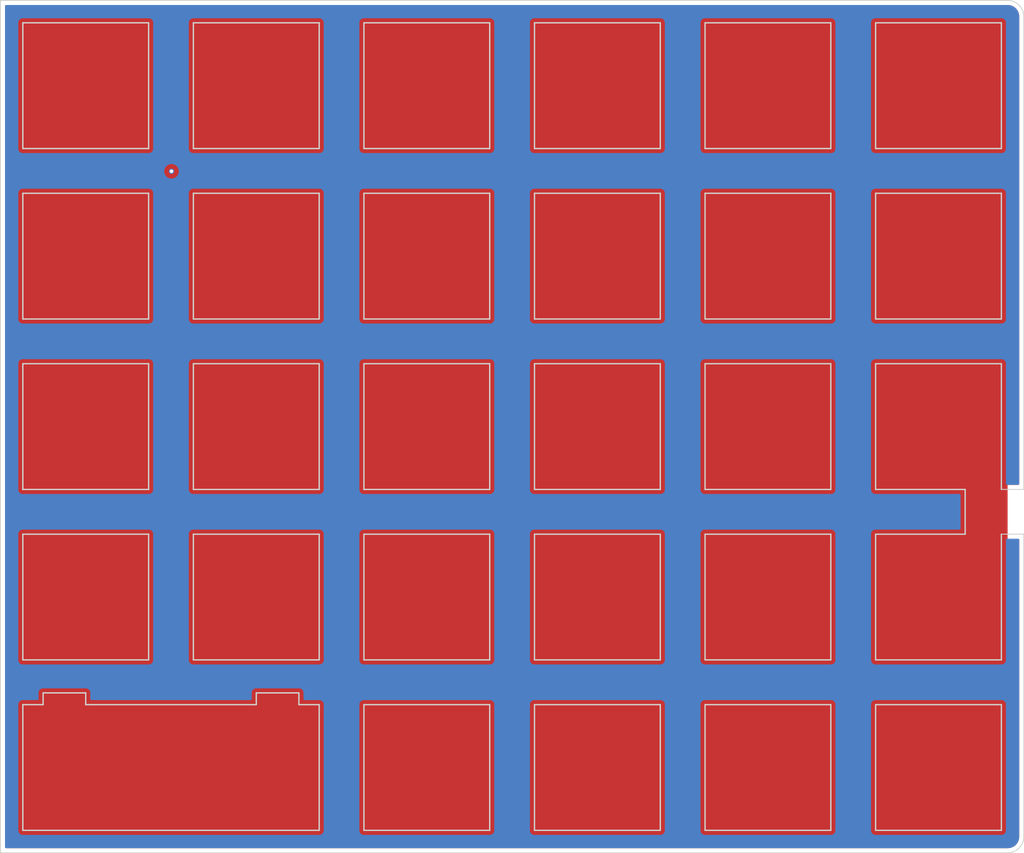
<source format=kicad_pcb>
(kicad_pcb (version 20211014) (generator pcbnew)
  (layers (0 "F.Cu" signal) (31 "B.Cu" signal) (34 "B.Paste" user) (35 "F.Paste" user) (36 "B.SilkS" user "B.Silkscreen") (37 "F.SilkS" user "F.Silkscreen") (38 "B.Mask" user) (39 "F.Mask" user) (44 "Edge.Cuts" user))
  (net 0 "")
  (gr_rect (start 214.789652 143.29232) (end 104.299188 51.911468) (layer "F.Cu") (width 0.2) (fill solid))
  (gr_line (start 216.693932 109.657023) (end 216.693932 143.470433) (layer "Edge.Cuts") (width 0.1))
  (gr_line (start 102.393836 145.256372) (end 214.907993 145.256372) (layer "Edge.Cuts") (width 0.1))
  (gr_line (start 210.146354 109.657023) (end 210.146354 104.656377) (layer "Edge.Cuts") (width 0.15))
  (gr_line (start 195.144198 104.656377) (end 181.094823 104.656377) (layer "Edge.Cuts") (width 0.15))
  (gr_line (start 200.145198 128.706838) (end 214.194573 128.706838) (layer "Edge.Cuts") (width 0.15))
  (gr_line (start 118.943642 109.657318) (end 118.943642 123.706693) (layer "Edge.Cuts") (width 0.15))
  (gr_line (start 214.194337 85.606238) (end 200.144962 85.606238) (layer "Edge.Cuts") (width 0.15))
  (gr_line (start 176.094059 71.556981) (end 176.094059 85.606356) (layer "Edge.Cuts") (width 0.15))
  (gr_line (start 176.094059 109.657141) (end 176.094059 123.706516) (layer "Edge.Cuts") (width 0.15))
  (gr_line (start 118.943642 104.656613) (end 104.894267 104.656613) (layer "Edge.Cuts") (width 0.15))
  (gr_line (start 214.194337 123.706398) (end 200.144962 123.706398) (layer "Edge.Cuts") (width 0.15))
  (gr_line (start 104.894503 142.756508) (end 104.894503 128.707133) (layer "Edge.Cuts") (width 0.15))
  (gr_line (start 130.969725 127.397025) (end 135.732229 127.397025) (layer "Edge.Cuts") (width 0.15))
  (gr_line (start 200.144962 52.506783) (end 214.194337 52.506783) (layer "Edge.Cuts") (width 0.15))
  (gr_line (start 157.04392 85.606415) (end 142.994545 85.606415) (layer "Edge.Cuts") (width 0.15))
  (gr_line (start 195.144198 90.607002) (end 195.144198 104.656377) (layer "Edge.Cuts") (width 0.15))
  (gr_line (start 181.094823 123.706457) (end 181.094823 109.657082) (layer "Edge.Cuts") (width 0.15))
  (gr_line (start 200.144962 66.556158) (end 200.144962 52.506783) (layer "Edge.Cuts") (width 0.15))
  (gr_line (start 157.044156 142.75639) (end 142.994781 142.75639) (layer "Edge.Cuts") (width 0.15))
  (gr_line (start 142.994781 128.707015) (end 157.044156 128.707015) (layer "Edge.Cuts") (width 0.15))
  (gr_line (start 142.994545 66.556335) (end 142.994545 52.50696) (layer "Edge.Cuts") (width 0.15))
  (gr_line (start 181.094823 52.506842) (end 195.144198 52.506842) (layer "Edge.Cuts") (width 0.15))
  (gr_line (start 216.693932 51.792231) (end 216.693932 104.656318) (layer "Edge.Cuts") (width 0.1))
  (gr_line (start 176.094295 128.706956) (end 176.094295 142.756331) (layer "Edge.Cuts") (width 0.15))
  (gr_line (start 200.144962 71.556863) (end 214.194337 71.556863) (layer "Edge.Cuts") (width 0.15))
  (gr_line (start 214.194573 128.706838) (end 214.194573 142.756213) (layer "Edge.Cuts") (width 0.15))
  (gr_line (start 137.993781 52.507019) (end 137.993781 66.556394) (layer "Edge.Cuts") (width 0.15))
  (gr_line (start 157.04392 90.60712) (end 157.04392 104.656495) (layer "Edge.Cuts") (width 0.15))
  (gr_line (start 118.943642 90.607238) (end 118.943642 104.656613) (layer "Edge.Cuts") (width 0.15))
  (gr_line (start 118.943642 85.606533) (end 104.894267 85.606533) (layer "Edge.Cuts") (width 0.15))
  (gr_line (start 157.04392 52.50696) (end 157.04392 66.556335) (layer "Edge.Cuts") (width 0.15))
  (gr_line (start 137.993781 66.556394) (end 123.944406 66.556394) (layer "Edge.Cuts") (width 0.15))
  (gr_line (start 195.144434 142.756272) (end 181.095059 142.756272) (layer "Edge.Cuts") (width 0.15))
  (gr_line (start 118.943642 52.507078) (end 118.943642 66.556453) (layer "Edge.Cuts") (width 0.15))
  (gr_line (start 104.894267 85.606533) (end 104.894267 71.557158) (layer "Edge.Cuts") (width 0.15))
  (gr_line (start 137.993781 109.657259) (end 137.993781 123.706634) (layer "Edge.Cuts") (width 0.15))
  (gr_line (start 200.144962 90.606943) (end 214.194337 90.606943) (layer "Edge.Cuts") (width 0.15))
  (gr_line (start 176.094059 66.556276) (end 162.044684 66.556276) (layer "Edge.Cuts") (width 0.15))
  (gr_line (start 137.994017 142.756449) (end 104.894503 142.756508) (layer "Edge.Cuts") (width 0.15))
  (gr_line (start 107.157205 128.707103) (end 104.894532 128.707103) (layer "Edge.Cuts") (width 0.15))
  (gr_line (start 162.044684 71.556981) (end 176.094059 71.556981) (layer "Edge.Cuts") (width 0.15))
  (gr_line (start 111.91922 128.707103) (end 130.9693 128.707133) (layer "Edge.Cuts") (width 0.15))
  (gr_line (start 214.907993 50.006292) (end 102.393836 50.006292) (layer "Edge.Cuts") (width 0.1))
  (gr_line (start 200.144962 123.706398) (end 200.144962 109.657023) (layer "Edge.Cuts") (width 0.15))
  (gr_line (start 142.994781 142.75639) (end 142.994781 128.707015) (layer "Edge.Cuts") (width 0.15))
  (gr_line (start 181.095059 128.706897) (end 195.144434 128.706897) (layer "Edge.Cuts") (width 0.15))
  (gr_line (start 181.094823 71.556922) (end 195.144198 71.556922) (layer "Edge.Cuts") (width 0.15))
  (gr_line (start 157.04392 71.55704) (end 157.04392 85.606415) (layer "Edge.Cuts") (width 0.15))
  (gr_line (start 162.044684 109.657141) (end 176.094059 109.657141) (layer "Edge.Cuts") (width 0.15))
  (gr_line (start 104.894267 104.656613) (end 104.894267 90.607238) (layer "Edge.Cuts") (width 0.15))
  (gr_line (start 130.9693 128.707133) (end 130.969725 127.397025) (layer "Edge.Cuts") (width 0.15))
  (gr_line (start 123.944406 85.606474) (end 123.944406 71.557099) (layer "Edge.Cuts") (width 0.15))
  (gr_line (start 123.944406 109.657259) (end 137.993781 109.657259) (layer "Edge.Cuts") (width 0.15))
  (gr_line (start 157.04392 123.706575) (end 142.994545 123.706575) (layer "Edge.Cuts") (width 0.15))
  (gr_line (start 195.144434 128.706897) (end 195.144434 142.756272) (layer "Edge.Cuts") (width 0.15))
  (gr_line (start 195.144198 123.706457) (end 181.094823 123.706457) (layer "Edge.Cuts") (width 0.15))
  (gr_line (start 104.894267 90.607238) (end 118.943642 90.607238) (layer "Edge.Cuts") (width 0.15))
  (gr_line (start 176.094059 90.607061) (end 176.094059 104.656436) (layer "Edge.Cuts") (width 0.15))
  (gr_line (start 107.157205 128.707103) (end 107.157205 127.397025) (layer "Edge.Cuts") (width 0.15))
  (gr_line (start 176.094295 142.756331) (end 162.04492 142.756331) (layer "Edge.Cuts") (width 0.15))
  (gr_line (start 162.044684 52.506901) (end 176.094059 52.506901) (layer "Edge.Cuts") (width 0.15))
  (gr_line (start 135.732229 128.707103) (end 137.994017 128.707074) (layer "Edge.Cuts") (width 0.15))
  (gr_line (start 142.994545 104.656495) (end 142.994545 90.60712) (layer "Edge.Cuts") (width 0.15))
  (gr_line (start 181.094823 109.657082) (end 195.144198 109.657082) (layer "Edge.Cuts") (width 0.15))
  (gr_line (start 195.144198 52.506842) (end 195.144198 66.556217) (layer "Edge.Cuts") (width 0.15))
  (gr_line (start 137.993781 71.557099) (end 137.993781 85.606474) (layer "Edge.Cuts") (width 0.15))
  (gr_line (start 104.894267 52.507078) (end 118.943642 52.507078) (layer "Edge.Cuts") (width 0.15))
  (gr_line (start 104.894267 66.556453) (end 104.894267 52.507078) (layer "Edge.Cuts") (width 0.15))
  (gr_line (start 162.04492 142.756331) (end 162.04492 128.706956) (layer "Edge.Cuts") (width 0.15))
  (gr_line (start 214.194337 104.656318) (end 216.693932 104.656318) (layer "Edge.Cuts") (width 0.1))
  (gr_line (start 118.943642 71.557158) (end 118.943642 85.606533) (layer "Edge.Cuts") (width 0.15))
  (gr_line (start 176.094059 123.706516) (end 162.044684 123.706516) (layer "Edge.Cuts") (width 0.15))
  (gr_line (start 181.094823 66.556217) (end 181.094823 52.506842) (layer "Edge.Cuts") (width 0.15))
  (gr_line (start 135.732229 127.397025) (end 135.732229 128.707103) (layer "Edge.Cuts") (width 0.15))
  (gr_line (start 181.094823 104.656377) (end 181.094823 90.607002) (layer "Edge.Cuts") (width 0.15))
  (gr_line (start 157.04392 109.6572) (end 157.04392 123.706575) (layer "Edge.Cuts") (width 0.15))
  (gr_line (start 123.944406 104.656554) (end 123.944406 90.607179) (layer "Edge.Cuts") (width 0.15))
  (gr_line (start 123.944406 52.507019) (end 137.993781 52.507019) (layer "Edge.Cuts") (width 0.15))
  (gr_line (start 162.044684 123.706516) (end 162.044684 109.657141) (layer "Edge.Cuts") (width 0.15))
  (gr_line (start 214.194337 109.657023) (end 216.693932 109.657023) (layer "Edge.Cuts") (width 0.1))
  (gr_line (start 210.146354 104.656377) (end 200.144962 104.656318) (layer "Edge.Cuts") (width 0.15))
  (gr_line (start 157.044156 128.707015) (end 157.044156 142.75639) (layer "Edge.Cuts") (width 0.15))
  (gr_line (start 107.157205 127.397025) (end 111.919709 127.397025) (layer "Edge.Cuts") (width 0.15))
  (gr_line (start 142.994545 123.706575) (end 142.994545 109.6572) (layer "Edge.Cuts") (width 0.15))
  (gr_line (start 142.994545 71.55704) (end 157.04392 71.55704) (layer "Edge.Cuts") (width 0.15))
  (gr_line (start 181.095059 142.756272) (end 181.095059 128.706897) (layer "Edge.Cuts") (width 0.15))
  (gr_arc (start 214.907993 50.006292) (mid 216.170843 50.529381) (end 216.693932 51.792231) (layer "Edge.Cuts") (width 0.1))
  (gr_line (start 111.919709 127.397025) (end 111.91922 128.707103) (layer "Edge.Cuts") (width 0.15))
  (gr_line (start 137.993781 85.606474) (end 123.944406 85.606474) (layer "Edge.Cuts") (width 0.15))
  (gr_line (start 200.145198 142.756213) (end 200.145198 128.706838) (layer "Edge.Cuts") (width 0.15))
  (gr_line (start 104.894267 123.706693) (end 104.894267 109.657318) (layer "Edge.Cuts") (width 0.15))
  (gr_arc (start 216.693932 143.470433) (mid 216.170843 144.733283) (end 214.907993 145.256372) (layer "Edge.Cuts") (width 0.1))
  (gr_line (start 176.094059 104.656436) (end 162.044684 104.656436) (layer "Edge.Cuts") (width 0.15))
  (gr_line (start 102.393836 50.006292) (end 102.393836 145.256372) (layer "Edge.Cuts") (width 0.1))
  (gr_line (start 195.144198 109.657082) (end 195.144198 123.706457) (layer "Edge.Cuts") (width 0.15))
  (gr_line (start 214.194337 109.657023) (end 214.194337 123.706398) (layer "Edge.Cuts") (width 0.15))
  (gr_line (start 200.144962 109.657023) (end 210.146354 109.657023) (layer "Edge.Cuts") (width 0.15))
  (gr_line (start 162.044684 85.606356) (end 162.044684 71.556981) (layer "Edge.Cuts") (width 0.15))
  (gr_line (start 214.194573 142.756213) (end 200.145198 142.756213) (layer "Edge.Cuts") (width 0.15))
  (gr_line (start 214.194337 71.556863) (end 214.194337 85.606238) (layer "Edge.Cuts") (width 0.15))
  (gr_line (start 142.994545 52.50696) (end 157.04392 52.50696) (layer "Edge.Cuts") (width 0.15))
  (gr_line (start 142.994545 90.60712) (end 157.04392 90.60712) (layer "Edge.Cuts") (width 0.15))
  (gr_line (start 162.04492 128.706956) (end 176.094295 128.706956) (layer "Edge.Cuts") (width 0.15))
  (gr_line (start 200.144962 85.606238) (end 200.144962 71.556863) (layer "Edge.Cuts") (width 0.15))
  (gr_line (start 176.094059 85.606356) (end 162.044684 85.606356) (layer "Edge.Cuts") (width 0.15))
  (gr_line (start 214.194337 66.556158) (end 200.144962 66.556158) (layer "Edge.Cuts") (width 0.15))
  (gr_line (start 137.993781 123.706634) (end 123.944406 123.706634) (layer "Edge.Cuts") (width 0.15))
  (gr_line (start 200.144962 104.656318) (end 200.144962 90.606943) (layer "Edge.Cuts") (width 0.15))
  (gr_line (start 137.993781 104.656554) (end 123.944406 104.656554) (layer "Edge.Cuts") (width 0.15))
  (gr_line (start 157.04392 66.556335) (end 142.994545 66.556335) (layer "Edge.Cuts") (width 0.15))
  (gr_line (start 181.094823 90.607002) (end 195.144198 90.607002) (layer "Edge.Cuts") (width 0.15))
  (gr_line (start 123.944406 71.557099) (end 137.993781 71.557099) (layer "Edge.Cuts") (width 0.15))
  (gr_line (start 104.894267 109.657318) (end 118.943642 109.657318) (layer "Edge.Cuts") (width 0.15))
  (gr_line (start 214.194337 52.506783) (end 214.194337 66.556158) (layer "Edge.Cuts") (width 0.15))
  (gr_line (start 142.994545 109.6572) (end 157.04392 109.6572) (layer "Edge.Cuts") (width 0.15))
  (gr_line (start 195.144198 66.556217) (end 181.094823 66.556217) (layer "Edge.Cuts") (width 0.15))
  (gr_line (start 118.943642 123.706693) (end 104.894267 123.706693) (layer "Edge.Cuts") (width 0.15))
  (gr_line (start 118.943642 66.556453) (end 104.894267 66.556453) (layer "Edge.Cuts") (width 0.15))
  (gr_line (start 142.994545 85.606415) (end 142.994545 71.55704) (layer "Edge.Cuts") (width 0.15))
  (gr_line (start 123.944406 66.556394) (end 123.944406 52.507019) (layer "Edge.Cuts") (width 0.15))
  (gr_line (start 176.094059 52.506901) (end 176.094059 66.556276) (layer "Edge.Cuts") (width 0.15))
  (gr_line (start 181.094823 85.606297) (end 181.094823 71.556922) (layer "Edge.Cuts") (width 0.15))
  (gr_line (start 104.894267 71.557158) (end 118.943642 71.557158) (layer "Edge.Cuts") (width 0.15))
  (gr_line (start 162.044684 66.556276) (end 162.044684 52.506901) (layer "Edge.Cuts") (width 0.15))
  (gr_line (start 195.144198 85.606297) (end 181.094823 85.606297) (layer "Edge.Cuts") (width 0.15))
  (gr_line (start 162.044684 90.607061) (end 176.094059 90.607061) (layer "Edge.Cuts") (width 0.15))
  (gr_line (start 137.993781 90.607179) (end 137.993781 104.656554) (layer "Edge.Cuts") (width 0.15))
  (gr_line (start 162.044684 104.656436) (end 162.044684 90.607061) (layer "Edge.Cuts") (width 0.15))
  (gr_line (start 137.994017 128.707074) (end 137.994017 142.756449) (layer "Edge.Cuts") (width 0.15))
  (gr_line (start 123.944406 123.706634) (end 123.944406 109.657259) (layer "Edge.Cuts") (width 0.15))
  (gr_line (start 157.04392 104.656495) (end 142.994545 104.656495) (layer "Edge.Cuts") (width 0.15))
  (gr_line (start 123.944406 90.607179) (end 137.993781 90.607179) (layer "Edge.Cuts") (width 0.15))
  (gr_line (start 214.194337 90.606943) (end 214.194337 104.656318) (layer "Edge.Cuts") (width 0.15))
  (gr_line (start 195.144198 71.556922) (end 195.144198 85.606297) (layer "Edge.Cuts") (width 0.15))
  (via (at 121.5 69.1) (size 0.6) (drill 0.4) (layers "F.Cu" "B.Cu") (net 0))
  (zone (net 0) (net_name "") (layer "F.Cu") (connect_pads (clearance 0.508)) (min_thickness 0.254) (fill yes (thermal_gap 0.508) (thermal_bridge_width 0.508))
    (polygon (pts (xy 216.693932 145.256372) (xy 102.393836 145.256372) (xy 102.393836 50.006292) (xy 216.693932 50.006292)))
  )
  (zone (net 0) (net_name "") (layer "B.Cu") (connect_pads (clearance 0.508)) (min_thickness 0.254) (fill yes (thermal_gap 0.508) (thermal_bridge_width 0.508))
    (polygon (pts (xy 216.693932 145.256372) (xy 102.393836 145.256372) (xy 102.393836 50.006292) (xy 216.693932 50.006292)))
  )
)
</source>
